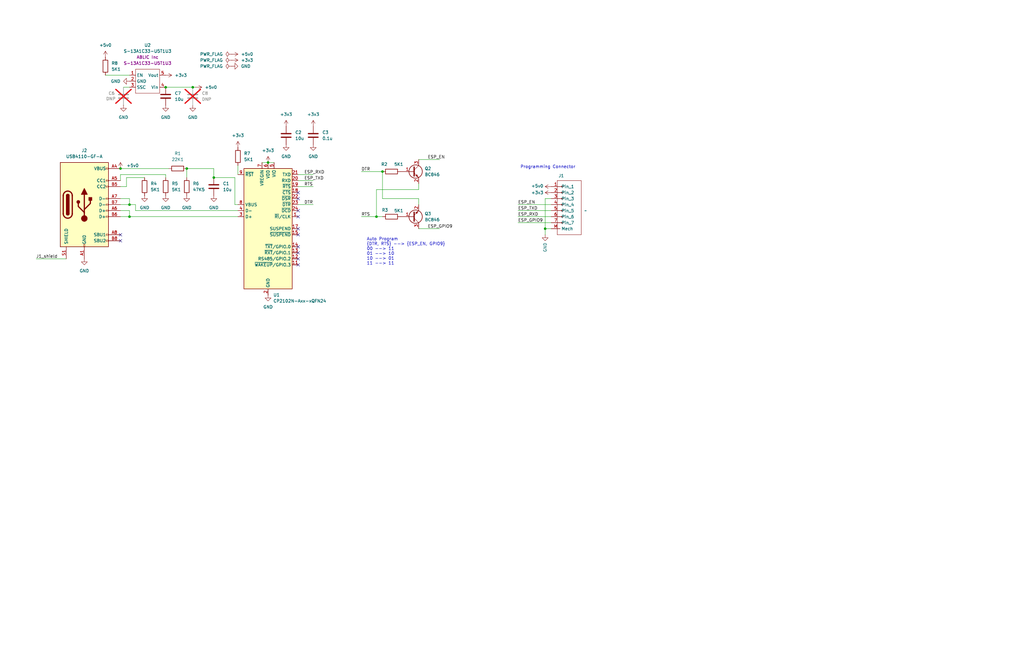
<source format=kicad_sch>
(kicad_sch (version 20231120) (generator "eeschema") (generator_version "8.0")
  (paper "USLedger")
  (lib_symbols
    (symbol "Device:C" (pin_numbers hide) (pin_names (offset 0.254))
      (property "Reference" "C" (at 0.635 2.54 0))
      (property "Value" "C" (at 0.635 -2.54 0))
      (symbol "C_0_1"
        (polyline (pts (xy -2.032 -0.762) (xy 2.032 -0.762)) (stroke (width 0.508)))
        (polyline (pts (xy -2.032 0.762) (xy 2.032 0.762)) (stroke (width 0.508)))
      )
      (symbol "C_1_1"
        (pin passive line (at 0 3.81 270) (length 2.794) (name "~") (number "1"))
        (pin passive line (at 0 -3.81 90) (length 2.794) (name "~") (number "2"))
      )
    )
    (symbol "Device:R" (pin_numbers hide) (pin_names (offset 0))
      (property "Reference" "R" (at 2.032 0 90))
      (property "Value" "R" (at 0 0 90))
      (symbol "R_0_1"
        (rectangle (start -1.016 -2.54) (end 1.016 2.54) (stroke (width 0.254)))
      )
      (symbol "R_1_1"
        (pin passive line (at 0 3.81 270) (length 1.27) (name "~") (number "1"))
        (pin passive line (at 0 -3.81 90) (length 1.27) (name "~") (number "2"))
      )
    )
    (symbol "HVAC:Hirose_DF13-7P-1.25V"
      (property "Reference" "J" (at -5.08 13.208 0))
      (symbol "Hirose_DF13-7P-1.25V_0_1"
        (rectangle (start -7.62 10.16) (end 2.54 -12.7))
      )
      (symbol "Hirose_DF13-7P-1.25V_1_1"
        (polyline (pts (xy 1.27 -7.62) (xy 0.8636 -7.62)) (stroke (width 0.1524)))
        (polyline (pts (xy 1.27 -5.08) (xy 0.8636 -5.08)) (stroke (width 0.1524)))
        (polyline (pts (xy 1.27 -2.54) (xy 0.8636 -2.54)) (stroke (width 0.1524)))
        (polyline (pts (xy 1.27 0) (xy 0.8636 0)) (stroke (width 0.1524)))
        (polyline (pts (xy 1.27 2.54) (xy 0.8636 2.54)) (stroke (width 0.1524)))
        (polyline (pts (xy 1.27 5.08) (xy 0.8636 5.08)) (stroke (width 0.1524)))
        (polyline (pts (xy 1.27 7.62) (xy 0.8636 7.62)) (stroke (width 0.1524)))
        (rectangle (start 0.8636 -7.493) (end 0 -7.747) (stroke (width 0.1524)) (fill (type outline)))
        (rectangle (start 0.8636 -4.953) (end 0 -5.207) (stroke (width 0.1524)) (fill (type outline)))
        (rectangle (start 0.8636 -2.413) (end 0 -2.667) (stroke (width 0.1524)) (fill (type outline)))
        (rectangle (start 0.8636 0.127) (end 0 -0.127) (stroke (width 0.1524)) (fill (type outline)))
        (rectangle (start 0.8636 2.667) (end 0 2.413) (stroke (width 0.1524)) (fill (type outline)))
        (rectangle (start 0.8636 5.207) (end 0 4.953) (stroke (width 0.1524)) (fill (type outline)))
        (rectangle (start 0.8636 7.747) (end 0 7.493) (stroke (width 0.1524)) (fill (type outline)))
        (pin passive line (at 5.08 7.62 180) (length 3.81) (name "Pin_1") (number "1"))
        (pin passive line (at 5.08 5.08 180) (length 3.81) (name "Pin_2") (number "2"))
        (pin passive line (at 5.08 2.54 180) (length 3.81) (name "Pin_3") (number "3"))
        (pin passive line (at 5.08 0 180) (length 3.81) (name "Pin_4") (number "4"))
        (pin passive line (at 5.08 -2.54 180) (length 3.81) (name "Pin_5") (number "5"))
        (pin passive line (at 5.08 -5.08 180) (length 3.81) (name "Pin_6") (number "6"))
        (pin passive line (at 5.08 -7.62 180) (length 3.81) (name "Pin_7") (number "7"))
        (pin unspecified line (at 5.08 -10.16 180) (length 3.81) (name "Mech") (number "M"))
      )
    )
    (symbol "HVAC:S-13A1C33-U5T1U3"
      (property "Reference" "U" (at -4.318 6.35 0))
      (property "Value" "S-13A1C33-U5T1U3" (at 0 0 0))
      (property "Manuf" "ABLIC Inc" (at 0 0 0))
      (property "Manuf PN" "S-13A1C33-U5T1U3" (at 0 0 0))
      (symbol "S-13A1C33-U5T1U3_0_1"
        (rectangle (start -5.08 5.08) (end 5.08 -5.08))
      )
      (symbol "S-13A1C33-U5T1U3_1_1"
        (pin input line (at -7.62 2.54 0) (length 2.54) (name "EN") (number "1"))
        (pin input line (at -7.62 0 0) (length 2.54) (name "GND") (number "2"))
        (pin input line (at -7.62 -2.54 0) (length 2.54) (name "SSC") (number "3"))
        (pin input line (at 7.62 -2.54 180) (length 2.54) (name "Vin") (number "4"))
        (pin input line (at 7.62 2.54 180) (length 2.54) (name "Vout") (number "5"))
      )
    )
    (symbol "HVAC:USB_C_Receptacle_USB2.0_16P" (pin_names (offset 1.016))
      (property "Reference" "J" (at 0 22.225 0))
      (property "Value" "USB4110-GF-A" (at 0 19.685 0))
      (symbol "USB_C_Receptacle_USB2.0_16P_0_0"
        (rectangle (start -0.254 -17.78) (end 0.254 -16.764))
        (rectangle (start 10.16 -14.986) (end 9.144 -15.494))
        (rectangle (start 10.16 -12.446) (end 9.144 -12.954))
        (rectangle (start 10.16 -4.826) (end 9.144 -5.334))
        (rectangle (start 10.16 -2.286) (end 9.144 -2.794))
        (rectangle (start 10.16 0.254) (end 9.144 -0.254))
        (rectangle (start 10.16 2.794) (end 9.144 2.286))
        (rectangle (start 10.16 7.874) (end 9.144 7.366))
        (rectangle (start 10.16 10.414) (end 9.144 9.906))
        (rectangle (start 10.16 15.494) (end 9.144 14.986))
      )
      (symbol "USB_C_Receptacle_USB2.0_16P_0_1"
        (rectangle (start -10.16 17.78) (end 10.16 -17.78) (stroke (width 0.254)) (fill (type background)))
        (arc (start -8.89 -3.81) (mid -6.985 -5.7067) (end -5.08 -3.81) (stroke (width 0.508)))
        (arc (start -7.62 -3.81) (mid -6.985 -4.4423) (end -6.35 -3.81) (stroke (width 0.254)))
        (arc (start -7.62 -3.81) (mid -6.985 -4.4423) (end -6.35 -3.81) (stroke (width 0.254)) (fill (type outline)))
        (rectangle (start -7.62 -3.81) (end -6.35 3.81) (stroke (width 0.254)) (fill (type outline)))
        (arc (start -6.35 3.81) (mid -6.985 4.4423) (end -7.62 3.81) (stroke (width 0.254)))
        (arc (start -6.35 3.81) (mid -6.985 4.4423) (end -7.62 3.81) (stroke (width 0.254)) (fill (type outline)))
        (arc (start -5.08 3.81) (mid -6.985 5.7067) (end -8.89 3.81) (stroke (width 0.508)))
        (circle (center -2.54 1.143) (radius 0.635) (stroke (width 0.254)) (fill (type outline)))
        (circle (center 0 -5.842) (radius 1.27) (fill (type outline)))
        (polyline (pts (xy -8.89 -3.81) (xy -8.89 3.81)) (stroke (width 0.508)))
        (polyline (pts (xy -5.08 3.81) (xy -5.08 -3.81)) (stroke (width 0.508)))
        (polyline (pts (xy 0 -5.842) (xy 0 4.318)) (stroke (width 0.508)))
        (polyline (pts (xy 0 -3.302) (xy -2.54 -0.762) (xy -2.54 0.508)) (stroke (width 0.508)))
        (polyline (pts (xy 0 -2.032) (xy 2.54 0.508) (xy 2.54 1.778)) (stroke (width 0.508)))
        (polyline (pts (xy -1.27 4.318) (xy 0 6.858) (xy 1.27 4.318) (xy -1.27 4.318)) (stroke (width 0.254)) (fill (type outline)))
        (rectangle (start 1.905 1.778) (end 3.175 3.048) (stroke (width 0.254)) (fill (type outline)))
      )
      (symbol "USB_C_Receptacle_USB2.0_16P_1_1"
        (pin passive line (at 0 -22.86 90) (length 5.08) (name "GND") (number "A1"))
        (pin passive line (at 0 -22.86 90) (length 5.08) hide (name "GND") (number "A12"))
        (pin passive line (at 15.24 15.24 180) (length 5.08) (name "VBUS") (number "A4"))
        (pin bidirectional line (at 15.24 10.16 180) (length 5.08) (name "CC1") (number "A5"))
        (pin bidirectional line (at 15.24 -2.54 180) (length 5.08) (name "D+") (number "A6"))
        (pin bidirectional line (at 15.24 2.54 180) (length 5.08) (name "D-") (number "A7"))
        (pin bidirectional line (at 15.24 -12.7 180) (length 5.08) (name "SBU1") (number "A8"))
        (pin passive line (at 15.24 15.24 180) (length 5.08) hide (name "VBUS") (number "A9"))
        (pin passive line (at 0 -22.86 90) (length 5.08) hide (name "GND") (number "B1"))
        (pin passive line (at 0 -22.86 90) (length 5.08) hide (name "GND") (number "B12"))
        (pin passive line (at 15.24 15.24 180) (length 5.08) hide (name "VBUS") (number "B4"))
        (pin bidirectional line (at 15.24 7.62 180) (length 5.08) (name "CC2") (number "B5"))
        (pin bidirectional line (at 15.24 -5.08 180) (length 5.08) (name "D+") (number "B6"))
        (pin bidirectional line (at 15.24 0 180) (length 5.08) (name "D-") (number "B7"))
        (pin bidirectional line (at 15.24 -15.24 180) (length 5.08) (name "SBU2") (number "B8"))
        (pin passive line (at 15.24 15.24 180) (length 5.08) hide (name "VBUS") (number "B9"))
        (pin passive line (at -7.62 -22.86 90) (length 5.08) (name "SHIELD") (number "S1"))
      )
    )
    (symbol "Interface_USB:CP2102N-Axx-xQFN24"
      (property "Reference" "U" (at -8.89 26.67 0))
      (property "Value" "CP2102N-Axx-xQFN24" (at 13.97 26.67 0))
      (symbol "CP2102N-Axx-xQFN24_0_1"
        (rectangle (start -10.16 25.4) (end 10.16 -25.4) (stroke (width 0.254)) (fill (type background)))
      )
      (symbol "CP2102N-Axx-xQFN24_1_1"
        (pin bidirectional line (at 12.7 5.08 180) (length 2.54) (name "~{RI}/CLK") (number "1"))
        (pin no_connect line (at -10.16 -22.86 0) (length 2.54) hide (name "NC") (number "10"))
        (pin bidirectional line (at 12.7 -15.24 180) (length 2.54) (name "~{WAKEUP}/GPIO.3") (number "11"))
        (pin bidirectional line (at 12.7 -12.7 180) (length 2.54) (name "RS485/GPIO.2") (number "12"))
        (pin bidirectional line (at 12.7 -10.16 180) (length 2.54) (name "~{RXT}/GPIO.1") (number "13"))
        (pin bidirectional line (at 12.7 -7.62 180) (length 2.54) (name "~{TXT}/GPIO.0") (number "14"))
        (pin output line (at 12.7 -2.54 180) (length 2.54) (name "~{SUSPEND}") (number "15"))
        (pin no_connect line (at 10.16 -22.86 180) (length 2.54) hide (name "NC") (number "16"))
        (pin output line (at 12.7 0 180) (length 2.54) (name "SUSPEND") (number "17"))
        (pin input line (at 12.7 15.24 180) (length 2.54) (name "~{CTS}") (number "18"))
        (pin output line (at 12.7 17.78 180) (length 2.54) (name "~{RTS}") (number "19"))
        (pin power_in line (at 0 -27.94 90) (length 2.54) (name "GND") (number "2"))
        (pin input line (at 12.7 20.32 180) (length 2.54) (name "RXD") (number "20"))
        (pin output line (at 12.7 22.86 180) (length 2.54) (name "TXD") (number "21"))
        (pin input line (at 12.7 12.7 180) (length 2.54) (name "~{DSR}") (number "22"))
        (pin output line (at 12.7 10.16 180) (length 2.54) (name "~{DTR}") (number "23"))
        (pin input line (at 12.7 7.62 180) (length 2.54) (name "~{DCD}") (number "24"))
        (pin passive line (at 0 -27.94 90) (length 2.54) hide (name "GND") (number "25"))
        (pin bidirectional line (at -12.7 5.08 0) (length 2.54) (name "D+") (number "3"))
        (pin bidirectional line (at -12.7 7.62 0) (length 2.54) (name "D-") (number "4"))
        (pin power_in line (at 2.54 27.94 270) (length 2.54) (name "VIO") (number "5"))
        (pin power_in line (at 0 27.94 270) (length 2.54) (name "VDD") (number "6"))
        (pin power_in line (at -2.54 27.94 270) (length 2.54) (name "VREGIN") (number "7"))
        (pin input line (at -12.7 10.16 0) (length 2.54) (name "VBUS") (number "8"))
        (pin input line (at -12.7 22.86 0) (length 2.54) (name "~{RST}") (number "9"))
      )
    )
    (symbol "Transistor_BJT:BC846" (pin_names (offset 0) hide)
      (property "Reference" "Q" (at 5.08 1.905 0))
      (property "Value" "BC846" (at 5.08 0 0))
      (symbol "BC846_0_1"
        (polyline (pts (xy 0.635 0.635) (xy 2.54 2.54)))
        (polyline (pts (xy 0.635 -0.635) (xy 2.54 -2.54) (xy 2.54 -2.54)))
        (polyline (pts (xy 0.635 1.905) (xy 0.635 -1.905) (xy 0.635 -1.905)) (stroke (width 0.508)))
        (polyline (pts (xy 1.27 -1.778) (xy 1.778 -1.27) (xy 2.286 -2.286) (xy 1.27 -1.778) (xy 1.27 -1.778)) (fill (type outline)))
        (circle (center 1.27 0) (radius 2.8194) (stroke (width 0.254)))
      )
      (symbol "BC846_1_1"
        (pin input line (at -5.08 0 0) (length 5.715) (name "B") (number "1"))
        (pin passive line (at 2.54 -5.08 90) (length 2.54) (name "E") (number "2"))
        (pin passive line (at 2.54 5.08 270) (length 2.54) (name "C") (number "3"))
      )
    )
    (symbol "power:+3.3V" (power) (pin_numbers hide) (pin_names (offset 0) hide)
      (property "Value" "+3.3V" (at 0 3.556 0))
      (symbol "+3.3V_0_1"
        (polyline (pts (xy -0.762 1.27) (xy 0 2.54)))
        (polyline (pts (xy 0 0) (xy 0 2.54)))
        (polyline (pts (xy 0 2.54) (xy 0.762 1.27)))
      )
      (symbol "+3.3V_1_1"
        (pin power_in line (at 0 0 90) (length 0) (name "~") (number "1"))
      )
    )
    (symbol "power:+5V" (power) (pin_numbers hide) (pin_names (offset 0) hide)
      (property "Value" "+5V" (at 0 3.556 0))
      (symbol "+5V_0_1"
        (polyline (pts (xy -0.762 1.27) (xy 0 2.54)))
        (polyline (pts (xy 0 0) (xy 0 2.54)))
        (polyline (pts (xy 0 2.54) (xy 0.762 1.27)))
      )
      (symbol "+5V_1_1"
        (pin power_in line (at 0 0 90) (length 0) (name "~") (number "1"))
      )
    )
    (symbol "power:GND" (power) (pin_numbers hide) (pin_names (offset 0) hide)
      (property "Value" "GND" (at 0 -3.81 0))
      (symbol "GND_0_1"
        (polyline (pts (xy 0 0) (xy 0 -1.27) (xy 1.27 -1.27) (xy 0 -2.54) (xy -1.27 -1.27) (xy 0 -1.27)))
      )
      (symbol "GND_1_1"
        (pin power_in line (at 0 0 270) (length 0) (name "~") (number "1"))
      )
    )
    (symbol "power:PWR_FLAG" (power) (pin_numbers hide) (pin_names (offset 0) hide)
      (property "Value" "PWR_FLAG" (at 0 3.81 0))
      (symbol "PWR_FLAG_0_0"
        (pin power_out line (at 0 0 90) (length 0) (name "~") (number "1"))
      )
      (symbol "PWR_FLAG_0_1"
        (polyline (pts (xy 0 0) (xy 0 1.27) (xy -1.016 1.905) (xy 0 2.54) (xy 1.016 1.905) (xy 0 1.27)))
      )
    )
  )
  (junction (at 158.75 91.44))
  (junction (at 69.85 36.83))
  (junction (at 50.8 71.12))
  (junction (at 78.74 71.12))
  (junction (at 90.17 74.93))
  (junction (at 161.29 72.39))
  (junction (at 81.28 36.83))
  (junction (at 54.61 86.36))
  (junction (at 229.87 96.52))
  (junction (at 54.61 91.44))
  (junction (at 113.03 68.58))
  (no_connect (at 125.73 88.9))
  (no_connect (at 125.73 91.44))
  (no_connect (at 50.8 101.6))
  (no_connect (at 125.73 81.28))
  (no_connect (at 125.73 111.76))
  (no_connect (at 125.73 104.14))
  (no_connect (at 125.73 83.82))
  (no_connect (at 125.73 109.22))
  (no_connect (at 125.73 106.68))
  (no_connect (at 125.73 99.06))
  (no_connect (at 125.73 96.52))
  (no_connect (at 50.8 99.06))
  (wire (pts (xy 50.8 83.82) (xy 54.61 83.82)))
  (wire (pts (xy 54.61 88.9) (xy 54.61 91.44)))
  (wire (pts (xy 110.49 68.58) (xy 113.03 68.58)))
  (wire (pts (xy 50.8 73.66) (xy 69.85 73.66)))
  (wire (pts (xy 161.29 72.39) (xy 161.29 83.82)))
  (wire (pts (xy 125.73 78.74) (xy 132.08 78.74)))
  (wire (pts (xy 99.06 86.36) (xy 100.33 86.36)))
  (wire (pts (xy 90.17 71.12) (xy 78.74 71.12)))
  (wire (pts (xy 176.53 96.52) (xy 185.42 96.52)))
  (wire (pts (xy 50.8 91.44) (xy 54.61 91.44)))
  (wire (pts (xy 218.44 88.9) (xy 232.41 88.9)))
  (wire (pts (xy 15.24 109.22) (xy 27.94 109.22)))
  (wire (pts (xy 176.53 77.47) (xy 176.53 80.01)))
  (wire (pts (xy 158.75 91.44) (xy 161.29 91.44)))
  (wire (pts (xy 229.87 96.52) (xy 232.41 96.52)))
  (wire (pts (xy 60.96 74.93) (xy 53.34 74.93)))
  (wire (pts (xy 229.87 96.52) (xy 229.87 99.06)))
  (wire (pts (xy 50.8 71.12) (xy 71.12 71.12)))
  (wire (pts (xy 50.8 86.36) (xy 54.61 86.36)))
  (wire (pts (xy 78.74 71.12) (xy 78.74 74.93)))
  (wire (pts (xy 125.73 73.66) (xy 132.08 73.66)))
  (wire (pts (xy 50.8 76.2) (xy 50.8 73.66)))
  (wire (pts (xy 158.75 80.01) (xy 158.75 91.44)))
  (wire (pts (xy 53.34 78.74) (xy 50.8 78.74)))
  (wire (pts (xy 52.07 36.83) (xy 54.61 36.83)))
  (wire (pts (xy 44.45 31.75) (xy 54.61 31.75)))
  (wire (pts (xy 90.17 74.93) (xy 90.17 71.12)))
  (wire (pts (xy 218.44 93.98) (xy 232.41 93.98)))
  (wire (pts (xy 125.73 76.2) (xy 132.08 76.2)))
  (wire (pts (xy 229.87 83.82) (xy 229.87 96.52)))
  (wire (pts (xy 54.61 86.36) (xy 57.15 86.36)))
  (wire (pts (xy 161.29 83.82) (xy 176.53 83.82)))
  (wire (pts (xy 50.8 88.9) (xy 54.61 88.9)))
  (wire (pts (xy 100.33 69.85) (xy 100.33 73.66)))
  (wire (pts (xy 152.4 72.39) (xy 161.29 72.39)))
  (wire (pts (xy 53.34 74.93) (xy 53.34 78.74)))
  (wire (pts (xy 176.53 83.82) (xy 176.53 86.36)))
  (wire (pts (xy 229.87 83.82) (xy 232.41 83.82)))
  (wire (pts (xy 57.15 88.9) (xy 100.33 88.9)))
  (wire (pts (xy 176.53 80.01) (xy 158.75 80.01)))
  (wire (pts (xy 125.73 86.36) (xy 132.08 86.36)))
  (wire (pts (xy 99.06 86.36) (xy 99.06 74.93)))
  (wire (pts (xy 218.44 91.44) (xy 232.41 91.44)))
  (wire (pts (xy 176.53 67.31) (xy 185.42 67.31)))
  (wire (pts (xy 54.61 91.44) (xy 100.33 91.44)))
  (wire (pts (xy 54.61 83.82) (xy 54.61 86.36)))
  (wire (pts (xy 99.06 74.93) (xy 90.17 74.93)))
  (wire (pts (xy 82.55 36.83) (xy 81.28 36.83)))
  (wire (pts (xy 69.85 73.66) (xy 69.85 74.93)))
  (wire (pts (xy 81.28 36.83) (xy 69.85 36.83)))
  (wire (pts (xy 218.44 86.36) (xy 232.41 86.36)))
  (wire (pts (xy 113.03 68.58) (xy 115.57 68.58)))
  (wire (pts (xy 152.4 91.44) (xy 158.75 91.44)))
  (wire (pts (xy 57.15 86.36) (xy 57.15 88.9)))
  (text_box "Auto Program\n{DTR, RTS} --> {ESP_EN, GPIO9}\n00 --> 11\n01 --> 10\n10 --> 01\n11 --> 11" (at 153.67 99.06 0) (size 35.56 13.97) (stroke (width -0.0001)) (effects (font (size 1.27 1.27)) (justify left top)))
  (text_box "Programming Connector" (at 218.44 68.58 0) (size 25.4 3.81) (stroke (width -0.0001)) (effects (font (size 1.27 1.27)) (justify left top)))
  (label "ESP_TXD" (at 218.44 88.9 0))
  (label "DTR" (at 128.27 86.36 0))
  (label "RTS" (at 152.4 91.44 0))
  (label "ESP_TXD" (at 128.27 76.2 0))
  (label "RTS" (at 128.27 78.74 0))
  (label "ESP_RXD" (at 218.44 91.44 0))
  (label "ESP_GPIO9" (at 180.34 96.52 0))
  (label "ESP_GPIO9" (at 218.44 93.98 0))
  (label "J1_shield" (at 15.24 109.22 0))
  (label "DTR" (at 152.4 72.39 0))
  (label "ESP_RXD" (at 128.27 73.66 0))
  (label "ESP_EN" (at 218.44 86.36 0))
  (label "ESP_EN" (at 180.34 67.31 0))
  (symbol (lib_id "Device:R") (at 44.45 27.94 0) (unit 1)
    (property "Reference" "R8" (at 46.99 26.6699 0) (effects (justify left)))
    (property "Value" "5K1" (at 46.99 29.2099 0) (effects (justify left)))
    (property "Footprint" "Resistor_SMD:R_0603_1608Metric" (effects (hide yes)))
    (property "Description" "Resistor" (effects (hide yes)))
    (property "Manuf" "Yageo" (effects (hide yes)))
    (property "Manuf PN" "RC0603FR-075K1L" (effects (hide yes)))
  )
  (symbol (lib_id "Device:C") (at 81.28 40.64 0) (unit 1) (dnp yes)
    (property "Reference" "C8" (at 85.09 39.3699 0) (effects (justify left)))
    (property "Value" "DNP" (at 85.09 41.9099 0) (effects (justify left)))
    (property "Footprint" "Capacitor_SMD:C_0603_1608Metric" (effects (hide yes)))
    (property "Description" "Unpolarized capacitor" (effects (hide yes)))
    (property "Manuf PN" "GRM188Z71A106KA73D" (effects (hide yes)))
    (property "Manuf" "Murata Electronics" (effects (hide yes)))
  )
  (symbol (lib_id "Device:R") (at 165.1 91.44 270) (unit 1)
    (property "Reference" "R3" (at 162.306 88.646 90))
    (property "Value" "5K1" (at 168.148 88.9 90))
    (property "Footprint" "Resistor_SMD:R_0603_1608Metric" (effects (hide yes)))
    (property "Description" "Resistor" (effects (hide yes)))
    (property "Manuf" "Yageo" (effects (hide yes)))
    (property "Manuf PN" "RC0603FR-075K1L" (effects (hide yes)))
  )
  (symbol (lib_id "power:+3.3V") (at 100.33 62.23 0) (unit 1)
    (property "Reference" "#PWR03" (effects (hide yes)))
    (property "Value" "+3v3" (at 100.33 57.15 0))
    (property "Description" "Power symbol creates a global label with name \"+3.3V\"" (effects (hide yes)))
  )
  (symbol (lib_id "Device:C") (at 69.85 40.64 0) (unit 1)
    (property "Reference" "C7" (at 73.66 39.3699 0) (effects (justify left)))
    (property "Value" "10u" (at 73.66 41.9099 0) (effects (justify left)))
    (property "Footprint" "Capacitor_SMD:C_0603_1608Metric" (effects (hide yes)))
    (property "Description" "Unpolarized capacitor" (effects (hide yes)))
    (property "Manuf" "Murata Electronics" (effects (hide yes)))
    (property "Manuf PN" "GRM188Z71A106KA73D" (effects (hide yes)))
  )
  (symbol (lib_id "power:+5V") (at 82.55 36.83 270) (unit 1)
    (property "Reference" "#PWR017" (effects (hide yes)))
    (property "Value" "+5v0" (at 86.36 36.8299 90) (effects (justify left)))
    (property "Description" "Power symbol creates a global label with name \"+5V\"" (effects (hide yes)))
  )
  (symbol (lib_id "power:GND") (at 132.08 60.96 0) (unit 1)
    (property "Reference" "#PWR022" (effects (hide yes)))
    (property "Value" "GND" (at 132.08 66.04 0))
    (property "Description" "Power symbol creates a global label with name \"GND\" , ground" (effects (hide yes)))
  )
  (symbol (lib_id "power:+5V") (at 44.45 24.13 0) (unit 1)
    (property "Reference" "#PWR013" (effects (hide yes)))
    (property "Value" "+5v0" (at 44.45 19.05 0))
    (property "Description" "Power symbol creates a global label with name \"+5V\"" (effects (hide yes)))
  )
  (symbol (lib_id "power:+5V") (at 232.41 81.28 90) (unit 1)
    (property "Reference" "#PWR028" (effects (hide yes)))
    (property "Value" "+3v3" (at 226.568 81.28 90))
    (property "Description" "Power symbol creates a global label with name \"+5V\"" (effects (hide yes)))
  )
  (symbol (lib_id "power:PWR_FLAG") (at 97.79 27.94 90) (unit 1)
    (property "Reference" "#FLG01" (effects (hide yes)))
    (property "Value" "PWR_FLAG" (at 93.98 27.9399 90) (effects (justify left)))
    (property "Description" "Special symbol for telling ERC where power comes from" (effects (hide yes)))
  )
  (symbol (lib_id "power:GND") (at 78.74 82.55 0) (unit 1)
    (property "Reference" "#PWR01" (effects (hide yes)))
    (property "Value" "GND" (at 78.74 87.63 0))
    (property "Description" "Power symbol creates a global label with name \"GND\" , ground" (effects (hide yes)))
  )
  (symbol (lib_id "power:+5V") (at 232.41 78.74 90) (unit 1)
    (property "Reference" "#PWR010" (effects (hide yes)))
    (property "Value" "+5v0" (at 226.568 78.486 90))
    (property "Description" "Power symbol creates a global label with name \"+5V\"" (effects (hide yes)))
  )
  (symbol (lib_id "power:+3.3V") (at 97.79 25.4 270) (unit 1)
    (property "Reference" "#PWR025" (effects (hide yes)))
    (property "Value" "+3v3" (at 101.6 25.3999 90) (effects (justify left)))
    (property "Description" "Power symbol creates a global label with name \"+3.3V\"" (effects (hide yes)))
  )
  (symbol (lib_id "power:GND") (at 69.85 82.55 0) (unit 1)
    (property "Reference" "#PWR09" (effects (hide yes)))
    (property "Value" "GND" (at 69.85 87.63 0))
    (property "Description" "Power symbol creates a global label with name \"GND\" , ground" (effects (hide yes)))
  )
  (symbol (lib_id "power:GND") (at 229.87 99.06 0) (unit 1)
    (property "Reference" "#PWR012" (effects (hide yes)))
    (property "Value" "GND" (at 229.87 104.394 90))
    (property "Description" "Power symbol creates a global label with name \"GND\" , ground" (effects (hide yes)))
  )
  (symbol (lib_id "Device:R") (at 60.96 78.74 0) (unit 1)
    (property "Reference" "R4" (at 63.5 77.4699 0) (effects (justify left)))
    (property "Value" "5K1" (at 63.5 80.0099 0) (effects (justify left)))
    (property "Footprint" "Resistor_SMD:R_0603_1608Metric" (effects (hide yes)))
    (property "Description" "Resistor" (effects (hide yes)))
    (property "Manuf PN" "RC0603FR-075K1L" (effects (hide yes)))
    (property "Manuf" "Yageo" (effects (hide yes)))
  )
  (symbol (lib_id "power:GND") (at 35.56 109.22 0) (unit 1)
    (property "Reference" "#PWR04" (effects (hide yes)))
    (property "Value" "GND" (at 35.56 114.3 0))
    (property "Description" "Power symbol creates a global label with name \"GND\" , ground" (effects (hide yes)))
  )
  (symbol (lib_id "HVAC:Hirose_DF13-7P-1.25V") (at 237.49 86.36 0) (mirror y) (unit 1)
    (property "Reference" "J1" (at 235.458 74.168 0) (effects (justify right)))
    (property "Value" "~" (at 246.38 88.9 0) (effects (justify right)))
    (property "Footprint" "esp-prog:Hirose_DF13-7P-1.25V" (effects (hide yes)))
    (property "Datasheet" "https://www.hirose.com/en/product/document?clcode=&productname=&series=DF13&documenttype=Catalog&lang=en&documentid=en_DF13_CAT" (effects (hide yes)))
    (property "Manuf" "Hirose" (effects (hide yes)))
    (property "Manuf PN" "DF13-7P-1.25V(76)" (effects (hide yes)))
  )
  (symbol (lib_id "power:+3.3V") (at 132.08 53.34 0) (unit 1)
    (property "Reference" "#PWR024" (effects (hide yes)))
    (property "Value" "+3v3" (at 132.08 48.26 0))
    (property "Description" "Power symbol creates a global label with name \"+3.3V\"" (effects (hide yes)))
  )
  (symbol (lib_id "Device:R") (at 100.33 66.04 0) (unit 1)
    (property "Reference" "R7" (at 102.87 64.7699 0) (effects (justify left)))
    (property "Value" "5K1" (at 102.87 67.3099 0) (effects (justify left)))
    (property "Footprint" "Resistor_SMD:R_0603_1608Metric" (effects (hide yes)))
    (property "Description" "Resistor" (effects (hide yes)))
    (property "Manuf PN" "RC0603FR-075K1L" (effects (hide yes)))
    (property "Manuf" "Yageo" (effects (hide yes)))
  )
  (symbol (lib_id "power:PWR_FLAG") (at 97.79 25.4 90) (unit 1)
    (property "Reference" "#FLG03" (effects (hide yes)))
    (property "Value" "PWR_FLAG" (at 93.98 25.3999 90) (effects (justify left)))
    (property "Description" "Special symbol for telling ERC where power comes from" (effects (hide yes)))
  )
  (symbol (lib_id "Device:R") (at 78.74 78.74 0) (unit 1)
    (property "Reference" "R6" (at 81.28 77.4699 0) (effects (justify left)))
    (property "Value" "47K5" (at 81.28 80.0099 0) (effects (justify left)))
    (property "Footprint" "Resistor_SMD:R_0603_1608Metric" (effects (hide yes)))
    (property "Description" "Resistor" (effects (hide yes)))
    (property "Manuf PN" "RC0603FR-0747K5L" (effects (hide yes)))
    (property "Manuf" "Yageo" (effects (hide yes)))
  )
  (symbol (lib_id "power:+5V") (at 50.8 71.12 0) (unit 1)
    (property "Reference" "#PWR07" (effects (hide yes)))
    (property "Value" "+5v0" (at 53.34 69.8499 0) (effects (justify left)))
    (property "Description" "Power symbol creates a global label with name \"+5V\"" (effects (hide yes)))
  )
  (symbol (lib_id "HVAC:USB_C_Receptacle_USB2.0_16P") (at 35.56 86.36 0) (unit 1)
    (property "Reference" "J2" (at 35.56 63.5 0))
    (property "Value" "USB4110-GF-A" (at 35.56 66.04 0))
    (property "Footprint" "esp-prog:USB4110-GF-A" (effects (hide yes)))
    (property "Datasheet" "https://www.mouser.com/datasheet/2/837/GCT_USB4110_Product_Drawing___20k_cycles-3455479.pdf" (effects (hide yes)))
    (property "Description" "USB 2.0-only 16P Type-C Receptacle connector" (effects (hide yes)))
    (property "Manuf" "GCT" (effects (hide yes)))
    (property "Manuf PN" "USB4110-GF-A" (effects (hide yes)))
  )
  (symbol (lib_id "Device:R") (at 165.1 72.39 270) (unit 1)
    (property "Reference" "R2" (at 162.052 69.342 90))
    (property "Value" "5K1" (at 168.148 69.342 90))
    (property "Footprint" "Resistor_SMD:R_0603_1608Metric" (effects (hide yes)))
    (property "Description" "Resistor" (effects (hide yes)))
    (property "Manuf" "Yageo" (effects (hide yes)))
    (property "Manuf PN" "RC0603FR-075K1L" (effects (hide yes)))
  )
  (symbol (lib_id "power:GND") (at 52.07 44.45 0) (unit 1)
    (property "Reference" "#PWR014" (effects (hide yes)))
    (property "Value" "GND" (at 52.07 49.53 0))
    (property "Description" "Power symbol creates a global label with name \"GND\" , ground" (effects (hide yes)))
  )
  (symbol (lib_id "Device:C") (at 120.65 57.15 0) (unit 1)
    (property "Reference" "C2" (at 124.46 55.8799 0) (effects (justify left)))
    (property "Value" "10u" (at 124.46 58.4199 0) (effects (justify left)))
    (property "Footprint" "Capacitor_SMD:C_0603_1608Metric" (effects (hide yes)))
    (property "Description" "Unpolarized capacitor" (effects (hide yes)))
    (property "Manuf" "Murata Electronics" (effects (hide yes)))
    (property "Manuf PN" "GRM188Z71A106KA73D" (effects (hide yes)))
  )
  (symbol (lib_id "power:GND") (at 97.79 27.94 90) (unit 1)
    (property "Reference" "#PWR018" (effects (hide yes)))
    (property "Value" "GND" (at 101.6 27.9399 90) (effects (justify right)))
    (property "Description" "Power symbol creates a global label with name \"GND\" , ground" (effects (hide yes)))
  )
  (symbol (lib_id "Device:R") (at 69.85 78.74 0) (unit 1)
    (property "Reference" "R5" (at 72.39 77.4699 0) (effects (justify left)))
    (property "Value" "5K1" (at 72.39 80.0099 0) (effects (justify left)))
    (property "Footprint" "Resistor_SMD:R_0603_1608Metric" (effects (hide yes)))
    (property "Description" "Resistor" (effects (hide yes)))
    (property "Manuf PN" "RC0603FR-075K1L" (effects (hide yes)))
    (property "Manuf" "Yageo" (effects (hide yes)))
  )
  (symbol (lib_id "Transistor_BJT:BC846") (at 173.99 72.39 0) (unit 1)
    (property "Reference" "Q2" (at 179.07 71.1199 0) (effects (justify left)))
    (property "Value" "BC846" (at 179.07 73.6599 0) (effects (justify left)))
    (property "Footprint" "Package_TO_SOT_SMD:SOT-23" (effects (hide yes)))
    (property "Datasheet" "https://assets.nexperia.com/documents/data-sheet/BC846_SER.pdf" (effects (hide yes)))
    (property "Description" "0.1A Ic, 65V Vce, NPN Transistor, SOT-23" (effects (hide yes)))
    (property "Manuf" "Nexeria USA, Inc" (effects (hide yes)))
    (property "Manuf PN" "BC846,215" (effects (hide yes)))
  )
  (symbol (lib_id "power:GND") (at 69.85 44.45 0) (unit 1)
    (property "Reference" "#PWR020" (effects (hide yes)))
    (property "Value" "GND" (at 69.85 49.53 0))
    (property "Description" "Power symbol creates a global label with name \"GND\" , ground" (effects (hide yes)))
  )
  (symbol (lib_id "Device:C") (at 90.17 78.74 0) (unit 1)
    (property "Reference" "C1" (at 93.98 77.4699 0) (effects (justify left)))
    (property "Value" "10u" (at 93.98 80.0099 0) (effects (justify left)))
    (property "Footprint" "Capacitor_SMD:C_0603_1608Metric" (effects (hide yes)))
    (property "Description" "Unpolarized capacitor" (effects (hide yes)))
    (property "Manuf" "Murata Electronics" (effects (hide yes)))
    (property "Manuf PN" "GRM188Z71A106KA73D" (effects (hide yes)))
  )
  (symbol (lib_id "Transistor_BJT:BC846") (at 173.99 91.44 0) (mirror x) (unit 1)
    (property "Reference" "Q3" (at 179.07 90.1699 0) (effects (justify left)))
    (property "Value" "BC846" (at 179.07 92.7099 0) (effects (justify left)))
    (property "Footprint" "Package_TO_SOT_SMD:SOT-23" (effects (hide yes)))
    (property "Datasheet" "https://assets.nexperia.com/documents/data-sheet/BC846_SER.pdf" (effects (hide yes)))
    (property "Description" "0.1A Ic, 65V Vce, NPN Transistor, SOT-23" (effects (hide yes)))
    (property "Manuf" "Nexeria USA, Inc" (effects (hide yes)))
    (property "Manuf PN" "BC846,215" (effects (hide yes)))
  )
  (symbol (lib_id "power:GND") (at 81.28 44.45 0) (unit 1)
    (property "Reference" "#PWR021" (effects (hide yes)))
    (property "Value" "GND" (at 81.28 49.53 0))
    (property "Description" "Power symbol creates a global label with name \"GND\" , ground" (effects (hide yes)))
  )
  (symbol (lib_id "power:PWR_FLAG") (at 97.79 22.86 90) (unit 1)
    (property "Reference" "#FLG02" (effects (hide yes)))
    (property "Value" "PWR_FLAG" (at 93.98 22.8599 90) (effects (justify left)))
    (property "Description" "Special symbol for telling ERC where power comes from" (effects (hide yes)))
  )
  (symbol (lib_id "power:GND") (at 60.96 82.55 0) (unit 1)
    (property "Reference" "#PWR08" (effects (hide yes)))
    (property "Value" "GND" (at 60.96 87.63 0))
    (property "Description" "Power symbol creates a global label with name \"GND\" , ground" (effects (hide yes)))
  )
  (symbol (lib_id "HVAC:S-13A1C33-U5T1U3") (at 62.23 34.29 0) (unit 1)
    (property "Reference" "U2" (at 62.23 19.05 0))
    (property "Value" "S-13A1C33-U5T1U3" (at 62.23 21.59 0))
    (property "Footprint" "esp-prog:SOT-89-5" (effects (hide yes)))
    (property "Datasheet" "https://www.ablic.com/en/doc/datasheet/voltage_regulator/S13A1_E.pdf" (effects (hide yes)))
    (property "Description" "IC REG LINEAR 3.3V 1A SOT89-5" (effects (hide yes)))
    (property "Manuf" "ABLIC Inc" (at 62.23 24.13 0))
    (property "Manuf PN" "S-13A1C33-U5T1U3" (at 62.23 26.67 0))
  )
  (symbol (lib_id "Device:C") (at 52.07 40.64 0) (unit 1) (dnp yes)
    (property "Reference" "C6" (at 45.72 39.37 0) (effects (justify left)))
    (property "Value" "DNP" (at 44.704 41.656 0) (effects (justify left)))
    (property "Footprint" "Capacitor_SMD:C_0603_1608Metric" (effects (hide yes)))
    (property "Description" "Unpolarized capacitor" (effects (hide yes)))
    (property "Manuf" "Murata Electronics" (effects (hide yes)))
    (property "Manuf PN" "GRT1885C1E103JA02J" (effects (hide yes)))
  )
  (symbol (lib_id "Device:C") (at 132.08 57.15 0) (unit 1)
    (property "Reference" "C3" (at 135.89 55.8799 0) (effects (justify left)))
    (property "Value" "0.1u	" (at 135.89 58.4199 0) (effects (justify left)))
    (property "Footprint" "Capacitor_SMD:C_0603_1608Metric" (effects (hide yes)))
    (property "Description" "Unpolarized capacitor" (effects (hide yes)))
    (property "Manuf" "Yageo" (effects (hide yes)))
    (property "Manuf PN" "CC0603KRX7R7BB104" (effects (hide yes)))
  )
  (symbol (lib_id "power:GND") (at 120.65 60.96 0) (unit 1)
    (property "Reference" "#PWR06" (effects (hide yes)))
    (property "Value" "GND" (at 120.65 66.04 0))
    (property "Description" "Power symbol creates a global label with name \"GND\" , ground" (effects (hide yes)))
  )
  (symbol (lib_id "Device:R") (at 74.93 71.12 90) (unit 1)
    (property "Reference" "R1" (at 74.93 64.77 90))
    (property "Value" "22K1" (at 74.93 67.31 90))
    (property "Footprint" "Resistor_SMD:R_0603_1608Metric" (effects (hide yes)))
    (property "Description" "Resistor" (effects (hide yes)))
    (property "Manuf PN" "RC0603FR-0722K1L" (effects (hide yes)))
    (property "Manuf" "Yageo" (effects (hide yes)))
  )
  (symbol (lib_id "power:+3.3V") (at 120.65 53.34 0) (unit 1)
    (property "Reference" "#PWR023" (effects (hide yes)))
    (property "Value" "+3v3" (at 120.65 48.26 0))
    (property "Description" "Power symbol creates a global label with name \"+3.3V\"" (effects (hide yes)))
  )
  (symbol (lib_id "power:+5V") (at 97.79 22.86 270) (unit 1)
    (property "Reference" "#PWR019" (effects (hide yes)))
    (property "Value" "+5v0" (at 101.6 22.8599 90) (effects (justify left)))
    (property "Description" "Power symbol creates a global label with name \"+5V\"" (effects (hide yes)))
  )
  (symbol (lib_id "power:+3.3V") (at 69.85 31.75 270) (unit 1)
    (property "Reference" "#PWR016" (effects (hide yes)))
    (property "Value" "+3v3" (at 73.66 31.7499 90) (effects (justify left)))
    (property "Description" "Power symbol creates a global label with name \"+3.3V\"" (effects (hide yes)))
  )
  (symbol (lib_id "Interface_USB:CP2102N-Axx-xQFN24") (at 113.03 96.52 0) (unit 1)
    (property "Reference" "U1" (at 115.2241 124.46 0) (effects (justify left)))
    (property "Value" "CP2102N-Axx-xQFN24" (at 115.2241 127 0) (effects (justify left)))
    (property "Footprint" "Package_DFN_QFN:QFN-24-1EP_4x4mm_P0.5mm_EP2.6x2.6mm" (effects (hide yes)))
    (property "Datasheet" "https://www.silabs.com/documents/public/data-sheets/cp2102n-datasheet.pdf" (effects (hide yes)))
    (property "Description" "USB to UART master bridge, QFN-24" (effects (hide yes)))
    (property "Manuf" "Silicon Labs" (effects (hide yes)))
    (property "Manuf PN" " CP2102N-A02-GQFN24R" (effects (hide yes)))
  )
  (symbol (lib_id "power:+3.3V") (at 113.03 68.58 0) (unit 1)
    (property "Reference" "#PWR05" (effects (hide yes)))
    (property "Value" "+3v3" (at 113.03 63.5 0))
    (property "Description" "Power symbol creates a global label with name \"+3.3V\"" (effects (hide yes)))
  )
  (symbol (lib_id "power:GND") (at 113.03 124.46 0) (unit 1)
    (property "Reference" "#PWR011" (effects (hide yes)))
    (property "Value" "GND" (at 113.03 129.54 0))
    (property "Description" "Power symbol creates a global label with name \"GND\" , ground" (effects (hide yes)))
  )
  (symbol (lib_id "power:GND") (at 54.61 34.29 270) (unit 1)
    (property "Reference" "#PWR015" (effects (hide yes)))
    (property "Value" "GND" (at 50.8 34.2899 90) (effects (justify right)))
    (property "Description" "Power symbol creates a global label with name \"GND\" , ground" (effects (hide yes)))
  )
  (symbol (lib_id "power:GND") (at 90.17 82.55 0) (unit 1)
    (property "Reference" "#PWR02" (effects (hide yes)))
    (property "Value" "GND" (at 90.17 87.63 0))
    (property "Description" "Power symbol creates a global label with name \"GND\" , ground" (effects (hide yes)))
  )
)
</source>
